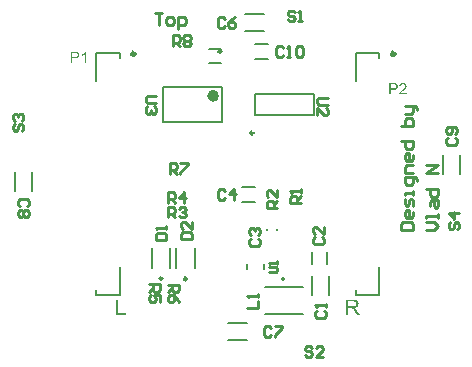
<source format=gto>
G04*
G04 #@! TF.GenerationSoftware,Altium Limited,Altium Designer,24.0.1 (36)*
G04*
G04 Layer_Color=65535*
%FSLAX44Y44*%
%MOMM*%
G71*
G04*
G04 #@! TF.SameCoordinates,BFD44B55-2052-4A58-B096-8A348341E0BB*
G04*
G04*
G04 #@! TF.FilePolarity,Positive*
G04*
G01*
G75*
%ADD10C,0.2500*%
%ADD11C,0.2000*%
%ADD12C,0.5000*%
%ADD13C,0.3000*%
%ADD14C,0.2540*%
G36*
X287103Y231476D02*
X287230Y231463D01*
X287370Y231451D01*
X287522Y231425D01*
X287687Y231387D01*
X288043Y231298D01*
X288221Y231235D01*
X288411Y231159D01*
X288602Y231070D01*
X288779Y230955D01*
X288944Y230841D01*
X289110Y230701D01*
X289122Y230689D01*
X289148Y230663D01*
X289186Y230625D01*
X289237Y230562D01*
X289300Y230485D01*
X289376Y230397D01*
X289440Y230295D01*
X289529Y230168D01*
X289605Y230041D01*
X289668Y229889D01*
X289808Y229558D01*
X289859Y229381D01*
X289897Y229190D01*
X289922Y228987D01*
X289935Y228771D01*
Y228746D01*
Y228669D01*
X289922Y228555D01*
X289910Y228403D01*
X289872Y228238D01*
X289834Y228034D01*
X289770Y227831D01*
X289694Y227615D01*
X289681Y227590D01*
X289643Y227514D01*
X289592Y227399D01*
X289503Y227260D01*
X289389Y227082D01*
X289249Y226879D01*
X289084Y226650D01*
X288894Y226422D01*
Y226409D01*
X288868Y226396D01*
X288830Y226358D01*
X288792Y226307D01*
X288729Y226244D01*
X288652Y226168D01*
X288563Y226079D01*
X288449Y225977D01*
X288335Y225863D01*
X288195Y225736D01*
X288043Y225583D01*
X287878Y225431D01*
X287687Y225266D01*
X287497Y225101D01*
X287268Y224910D01*
X287040Y224707D01*
X287027Y224694D01*
X286989Y224669D01*
X286938Y224618D01*
X286862Y224567D01*
X286786Y224491D01*
X286684Y224402D01*
X286468Y224212D01*
X286227Y224009D01*
X285998Y223805D01*
X285896Y223716D01*
X285808Y223627D01*
X285719Y223539D01*
X285655Y223475D01*
X285643Y223462D01*
X285604Y223424D01*
X285554Y223361D01*
X285477Y223272D01*
X285401Y223183D01*
X285312Y223069D01*
X285147Y222840D01*
X289948D01*
Y221684D01*
X283484D01*
Y221710D01*
Y221761D01*
Y221837D01*
X283496Y221951D01*
X283509Y222078D01*
X283534Y222218D01*
X283572Y222358D01*
X283623Y222510D01*
Y222523D01*
X283636Y222535D01*
X283649Y222573D01*
X283674Y222624D01*
X283725Y222751D01*
X283814Y222916D01*
X283928Y223120D01*
X284055Y223335D01*
X284220Y223564D01*
X284411Y223805D01*
X284423Y223818D01*
X284436Y223831D01*
X284474Y223869D01*
X284512Y223920D01*
X284639Y224059D01*
X284817Y224237D01*
X285033Y224453D01*
X285300Y224707D01*
X285617Y224986D01*
X285985Y225291D01*
X285998Y225304D01*
X286049Y225355D01*
X286138Y225418D01*
X286239Y225507D01*
X286366Y225621D01*
X286519Y225748D01*
X286684Y225888D01*
X286849Y226040D01*
X287205Y226371D01*
X287560Y226714D01*
X287725Y226891D01*
X287878Y227057D01*
X288017Y227209D01*
X288132Y227361D01*
X288144Y227374D01*
X288157Y227399D01*
X288183Y227437D01*
X288221Y227488D01*
X288259Y227565D01*
X288309Y227641D01*
X288424Y227831D01*
X288525Y228047D01*
X288614Y228288D01*
X288678Y228555D01*
X288703Y228682D01*
Y228809D01*
Y228822D01*
Y228847D01*
Y228873D01*
X288690Y228923D01*
X288678Y229063D01*
X288640Y229228D01*
X288576Y229419D01*
X288487Y229609D01*
X288360Y229812D01*
X288183Y230003D01*
X288157Y230028D01*
X288094Y230079D01*
X287979Y230155D01*
X287827Y230257D01*
X287636Y230346D01*
X287408Y230422D01*
X287141Y230473D01*
X286849Y230498D01*
X286760D01*
X286709Y230485D01*
X286633D01*
X286544Y230473D01*
X286354Y230435D01*
X286138Y230371D01*
X285896Y230282D01*
X285668Y230155D01*
X285465Y229977D01*
X285439Y229952D01*
X285389Y229889D01*
X285300Y229762D01*
X285211Y229609D01*
X285109Y229393D01*
X285020Y229152D01*
X284969Y228873D01*
X284944Y228542D01*
X283712Y228669D01*
Y228682D01*
X283725Y228733D01*
Y228796D01*
X283738Y228898D01*
X283763Y229012D01*
X283788Y229139D01*
X283826Y229292D01*
X283877Y229444D01*
X283992Y229787D01*
X284068Y229965D01*
X284157Y230130D01*
X284258Y230308D01*
X284373Y230473D01*
X284499Y230625D01*
X284652Y230765D01*
X284665Y230778D01*
X284690Y230790D01*
X284741Y230828D01*
X284804Y230879D01*
X284893Y230930D01*
X284995Y230993D01*
X285109Y231057D01*
X285249Y231133D01*
X285401Y231197D01*
X285566Y231260D01*
X285744Y231324D01*
X285947Y231374D01*
X286150Y231425D01*
X286379Y231463D01*
X286620Y231476D01*
X286874Y231489D01*
X287014D01*
X287103Y231476D01*
D02*
G37*
G36*
X279280Y231438D02*
X279508Y231425D01*
X279762Y231413D01*
X280004Y231387D01*
X280207Y231349D01*
X280245D01*
X280270Y231336D01*
X280321Y231324D01*
X280461Y231298D01*
X280626Y231248D01*
X280816Y231184D01*
X281007Y231108D01*
X281210Y231006D01*
X281401Y230892D01*
X281426Y230879D01*
X281477Y230828D01*
X281579Y230752D01*
X281680Y230651D01*
X281807Y230524D01*
X281947Y230359D01*
X282074Y230168D01*
X282188Y229952D01*
Y229939D01*
X282201Y229927D01*
X282213Y229889D01*
X282239Y229851D01*
X282290Y229723D01*
X282341Y229558D01*
X282391Y229355D01*
X282442Y229127D01*
X282480Y228885D01*
X282493Y228619D01*
Y228606D01*
Y228568D01*
Y228504D01*
X282480Y228415D01*
X282467Y228301D01*
X282455Y228174D01*
X282429Y228034D01*
X282391Y227895D01*
X282302Y227552D01*
X282239Y227387D01*
X282150Y227209D01*
X282061Y227031D01*
X281959Y226853D01*
X281833Y226675D01*
X281693Y226510D01*
X281680Y226498D01*
X281655Y226472D01*
X281604Y226434D01*
X281540Y226371D01*
X281451Y226307D01*
X281337Y226244D01*
X281197Y226155D01*
X281045Y226079D01*
X280855Y226002D01*
X280651Y225926D01*
X280410Y225850D01*
X280156Y225786D01*
X279864Y225723D01*
X279547Y225685D01*
X279204Y225660D01*
X278835Y225647D01*
X276346D01*
Y221684D01*
X275051D01*
Y231451D01*
X279064D01*
X279280Y231438D01*
D02*
G37*
G36*
X245115Y47797D02*
X245265D01*
X245448Y47780D01*
X245648Y47763D01*
X246065Y47730D01*
X246498Y47663D01*
X246915Y47580D01*
X247115Y47530D01*
X247281Y47463D01*
X247298D01*
X247314Y47447D01*
X247365Y47430D01*
X247431Y47397D01*
X247598Y47313D01*
X247798Y47180D01*
X248031Y47014D01*
X248264Y46797D01*
X248498Y46530D01*
X248714Y46231D01*
Y46214D01*
X248731Y46197D01*
X248764Y46147D01*
X248797Y46080D01*
X248881Y45897D01*
X248981Y45664D01*
X249081Y45381D01*
X249164Y45047D01*
X249231Y44681D01*
X249247Y44298D01*
Y44281D01*
Y44231D01*
Y44164D01*
X249231Y44064D01*
X249214Y43948D01*
X249197Y43814D01*
X249131Y43498D01*
X249031Y43131D01*
X248881Y42748D01*
X248781Y42565D01*
X248664Y42365D01*
X248514Y42182D01*
X248364Y41998D01*
X248348Y41982D01*
X248331Y41965D01*
X248264Y41915D01*
X248198Y41848D01*
X248098Y41782D01*
X247981Y41698D01*
X247848Y41598D01*
X247698Y41498D01*
X247514Y41398D01*
X247314Y41298D01*
X247081Y41198D01*
X246831Y41098D01*
X246565Y41015D01*
X246282Y40932D01*
X245965Y40865D01*
X245632Y40815D01*
X245665Y40799D01*
X245748Y40765D01*
X245865Y40698D01*
X246015Y40615D01*
X246348Y40399D01*
X246498Y40282D01*
X246648Y40165D01*
X246665D01*
X246681Y40132D01*
X246781Y40049D01*
X246915Y39899D01*
X247115Y39699D01*
X247331Y39465D01*
X247565Y39166D01*
X247814Y38832D01*
X248064Y38466D01*
X250280Y35000D01*
X248148D01*
X246465Y37649D01*
Y37666D01*
X246431Y37699D01*
X246398Y37766D01*
X246348Y37833D01*
X246282Y37933D01*
X246198Y38049D01*
X246031Y38299D01*
X245832Y38582D01*
X245632Y38866D01*
X245432Y39149D01*
X245232Y39399D01*
X245215Y39432D01*
X245148Y39499D01*
X245065Y39615D01*
X244949Y39732D01*
X244815Y39882D01*
X244665Y40032D01*
X244515Y40149D01*
X244365Y40265D01*
X244349Y40282D01*
X244299Y40299D01*
X244232Y40349D01*
X244132Y40399D01*
X244015Y40465D01*
X243882Y40515D01*
X243599Y40615D01*
X243582D01*
X243549Y40632D01*
X243482D01*
X243382Y40649D01*
X243249Y40665D01*
X243082D01*
X242899Y40682D01*
X240700D01*
Y35000D01*
X239000D01*
Y47813D01*
X244965D01*
X245115Y47797D01*
D02*
G37*
G36*
X18563Y248183D02*
X17369D01*
Y255816D01*
X17343Y255803D01*
X17293Y255752D01*
X17191Y255663D01*
X17064Y255562D01*
X16899Y255434D01*
X16696Y255295D01*
X16480Y255142D01*
X16226Y254990D01*
X16213D01*
X16200Y254977D01*
X16162Y254952D01*
X16112Y254926D01*
X15972Y254850D01*
X15807Y254761D01*
X15616Y254660D01*
X15400Y254558D01*
X15185Y254457D01*
X14969Y254368D01*
Y255536D01*
X14981D01*
X15019Y255562D01*
X15070Y255587D01*
X15134Y255625D01*
X15223Y255663D01*
X15324Y255727D01*
X15566Y255854D01*
X15832Y256019D01*
X16137Y256222D01*
X16429Y256438D01*
X16721Y256679D01*
X16734Y256692D01*
X16759Y256705D01*
X16797Y256743D01*
X16848Y256793D01*
X16975Y256920D01*
X17140Y257098D01*
X17305Y257289D01*
X17483Y257517D01*
X17648Y257746D01*
X17788Y257987D01*
X18563D01*
Y248183D01*
D02*
G37*
G36*
X9673Y257936D02*
X9901Y257924D01*
X10155Y257911D01*
X10397Y257886D01*
X10600Y257847D01*
X10638D01*
X10663Y257835D01*
X10714Y257822D01*
X10854Y257797D01*
X11019Y257746D01*
X11209Y257682D01*
X11400Y257606D01*
X11603Y257505D01*
X11794Y257390D01*
X11819Y257378D01*
X11870Y257327D01*
X11971Y257251D01*
X12073Y257149D01*
X12200Y257022D01*
X12340Y256857D01*
X12467Y256666D01*
X12581Y256451D01*
Y256438D01*
X12594Y256425D01*
X12606Y256387D01*
X12632Y256349D01*
X12683Y256222D01*
X12733Y256057D01*
X12784Y255854D01*
X12835Y255625D01*
X12873Y255384D01*
X12886Y255117D01*
Y255104D01*
Y255066D01*
Y255003D01*
X12873Y254914D01*
X12860Y254799D01*
X12848Y254673D01*
X12822Y254533D01*
X12784Y254393D01*
X12695Y254050D01*
X12632Y253885D01*
X12543Y253707D01*
X12454Y253529D01*
X12352Y253352D01*
X12225Y253174D01*
X12086Y253009D01*
X12073Y252996D01*
X12048Y252971D01*
X11997Y252933D01*
X11933Y252869D01*
X11844Y252806D01*
X11730Y252742D01*
X11590Y252653D01*
X11438Y252577D01*
X11248Y252501D01*
X11044Y252425D01*
X10803Y252348D01*
X10549Y252285D01*
X10257Y252221D01*
X9939Y252183D01*
X9596Y252158D01*
X9228Y252145D01*
X6739D01*
Y248183D01*
X5444D01*
Y257949D01*
X9457D01*
X9673Y257936D01*
D02*
G37*
G36*
X45700Y36516D02*
X51998D01*
Y35000D01*
X44000D01*
Y47813D01*
X45700D01*
Y36516D01*
D02*
G37*
%LPC*%
G36*
X279140Y230295D02*
X276346D01*
Y226803D01*
X278975D01*
X279064Y226815D01*
X279165D01*
X279280Y226828D01*
X279547Y226866D01*
X279839Y226917D01*
X280131Y226993D01*
X280397Y227107D01*
X280524Y227183D01*
X280626Y227260D01*
X280651Y227285D01*
X280715Y227349D01*
X280791Y227450D01*
X280893Y227603D01*
X280994Y227793D01*
X281070Y228022D01*
X281134Y228276D01*
X281159Y228580D01*
Y228593D01*
Y228606D01*
Y228682D01*
X281147Y228796D01*
X281121Y228936D01*
X281083Y229101D01*
X281020Y229279D01*
X280944Y229457D01*
X280842Y229622D01*
X280829Y229647D01*
X280791Y229698D01*
X280715Y229774D01*
X280626Y229863D01*
X280512Y229965D01*
X280372Y230054D01*
X280207Y230143D01*
X280029Y230206D01*
X280016D01*
X279966Y230219D01*
X279877Y230231D01*
X279762Y230257D01*
X279597Y230270D01*
X279394Y230282D01*
X279140Y230295D01*
D02*
G37*
G36*
X244998Y46397D02*
X240700D01*
Y42148D01*
X244615D01*
X244732Y42165D01*
X244998Y42182D01*
X245282Y42198D01*
X245598Y42248D01*
X245882Y42298D01*
X246148Y42381D01*
X246182Y42398D01*
X246265Y42431D01*
X246381Y42481D01*
X246531Y42565D01*
X246681Y42665D01*
X246848Y42798D01*
X247015Y42965D01*
X247148Y43148D01*
X247165Y43165D01*
X247198Y43248D01*
X247265Y43348D01*
X247331Y43498D01*
X247381Y43664D01*
X247448Y43864D01*
X247481Y44064D01*
X247498Y44298D01*
Y44314D01*
Y44331D01*
Y44381D01*
X247481Y44448D01*
X247465Y44614D01*
X247414Y44831D01*
X247331Y45064D01*
X247215Y45314D01*
X247048Y45564D01*
X246831Y45797D01*
X246798Y45831D01*
X246698Y45897D01*
X246548Y45981D01*
X246315Y46097D01*
X246182Y46147D01*
X246031Y46214D01*
X245865Y46264D01*
X245665Y46297D01*
X245465Y46347D01*
X245248Y46364D01*
X244998Y46397D01*
D02*
G37*
G36*
X9533Y256793D02*
X6739D01*
Y253301D01*
X9368D01*
X9457Y253314D01*
X9558D01*
X9673Y253326D01*
X9939Y253364D01*
X10231Y253415D01*
X10524Y253491D01*
X10790Y253606D01*
X10917Y253682D01*
X11019Y253758D01*
X11044Y253783D01*
X11108Y253847D01*
X11184Y253949D01*
X11286Y254101D01*
X11387Y254291D01*
X11463Y254520D01*
X11527Y254774D01*
X11552Y255079D01*
Y255092D01*
Y255104D01*
Y255180D01*
X11540Y255295D01*
X11514Y255434D01*
X11476Y255600D01*
X11413Y255777D01*
X11336Y255955D01*
X11235Y256120D01*
X11222Y256146D01*
X11184Y256196D01*
X11108Y256273D01*
X11019Y256362D01*
X10905Y256463D01*
X10765Y256552D01*
X10600Y256641D01*
X10422Y256705D01*
X10409D01*
X10359Y256717D01*
X10270Y256730D01*
X10155Y256755D01*
X9990Y256768D01*
X9787Y256781D01*
X9533Y256793D01*
D02*
G37*
%LPD*%
D10*
X160203Y189000D02*
G03*
X160203Y189000I-1250J0D01*
G01*
X83275Y65741D02*
G03*
X83275Y65741I-1250J0D01*
G01*
X103840Y65521D02*
G03*
X103840Y65521I-1250J0D01*
G01*
X133122Y258031D02*
G03*
X133122Y258031I-1250J0D01*
G01*
D11*
X186343Y65461D02*
G03*
X186343Y65461I-1250J0D01*
G01*
X211254Y204000D02*
Y222000D01*
X161254Y204000D02*
Y222000D01*
X211254D01*
X161254Y204000D02*
X211254D01*
X153393Y275475D02*
X169393D01*
X153393Y289975D02*
X169393D01*
X169701Y35461D02*
X202284D01*
X169701Y58543D02*
X202284D01*
X168875Y73543D02*
Y78043D01*
X154875Y73543D02*
Y78043D01*
X209669Y77991D02*
Y88491D01*
X222169Y77991D02*
Y88491D01*
X224272Y51543D02*
Y67543D01*
X209772Y51543D02*
Y67543D01*
X150893Y143360D02*
X161393D01*
X150893Y130860D02*
X161393D01*
X180134Y106500D02*
Y107500D01*
X172134Y106500D02*
Y107500D01*
X74025Y74741D02*
Y91741D01*
X90025Y74741D02*
Y91741D01*
X94590Y74521D02*
Y91521D01*
X110590Y74521D02*
Y91521D01*
X161893Y251781D02*
X172393D01*
X161893Y264281D02*
X172393D01*
X320750Y154375D02*
Y170375D01*
X335250Y154375D02*
Y170375D01*
X-27252Y140110D02*
Y156110D01*
X-41751Y140110D02*
Y156110D01*
X138597Y28250D02*
X154597D01*
X138597Y13750D02*
X154597D01*
X83622Y227977D02*
X133622D01*
X83622Y198023D02*
Y227977D01*
Y198023D02*
X133622D01*
Y227977D01*
X122275Y248031D02*
X132775D01*
X122275Y260531D02*
X132775D01*
X26939Y256861D02*
X46940D01*
Y252361D02*
Y256861D01*
X26939Y233101D02*
Y256861D01*
Y51861D02*
X46940D01*
X26939D02*
Y56361D01*
X46940Y51861D02*
Y75621D01*
X246903Y256861D02*
X266903D01*
Y252361D02*
Y256861D01*
X246903Y233101D02*
Y256861D01*
Y51861D02*
X266903D01*
X246903D02*
Y56361D01*
X266903Y51861D02*
Y75621D01*
D12*
X128622Y220477D02*
G03*
X128622Y220477I-2500J0D01*
G01*
D13*
X60030Y255961D02*
G03*
X60030Y255961I-1500J0D01*
G01*
X279993D02*
G03*
X279993Y255961I-1500J0D01*
G01*
D14*
X285039Y106901D02*
X295036D01*
Y111900D01*
X293369Y113566D01*
X286705D01*
X285039Y111900D01*
Y106901D01*
X295036Y121896D02*
Y118564D01*
X293369Y116898D01*
X290037D01*
X288371Y118564D01*
Y121896D01*
X290037Y123563D01*
X291703D01*
Y116898D01*
X295036Y126895D02*
Y131893D01*
X293369Y133559D01*
X291703Y131893D01*
Y128561D01*
X290037Y126895D01*
X288371Y128561D01*
Y133559D01*
X295036Y136892D02*
Y140224D01*
Y138558D01*
X288371D01*
Y136892D01*
X298368Y148555D02*
Y150221D01*
X296702Y151887D01*
X288371D01*
Y146889D01*
X290037Y145222D01*
X293369D01*
X295036Y146889D01*
Y151887D01*
Y155219D02*
X288371D01*
Y160217D01*
X290037Y161884D01*
X295036D01*
Y170214D02*
Y166882D01*
X293369Y165216D01*
X290037D01*
X288371Y166882D01*
Y170214D01*
X290037Y171880D01*
X291703D01*
Y165216D01*
X285039Y181877D02*
X295036D01*
Y176879D01*
X293369Y175213D01*
X290037D01*
X288371Y176879D01*
Y181877D01*
X285039Y195206D02*
X295036D01*
Y200205D01*
X293369Y201871D01*
X291703D01*
X290037D01*
X288371Y200205D01*
Y195206D01*
Y205203D02*
X293369D01*
X295036Y206869D01*
Y211868D01*
X296702D01*
X298368Y210201D01*
Y208535D01*
X295036Y211868D02*
X288371D01*
X306463Y106901D02*
X313128D01*
X316460Y110234D01*
X313128Y113566D01*
X306463D01*
X316460Y116898D02*
Y120230D01*
Y118564D01*
X306463D01*
Y116898D01*
X309795Y126895D02*
Y130227D01*
X311462Y131893D01*
X316460D01*
Y126895D01*
X314794Y125229D01*
X313128Y126895D01*
Y131893D01*
X306463Y141890D02*
X316460D01*
Y136892D01*
X314794Y135225D01*
X311462D01*
X309795Y136892D01*
Y141890D01*
X316460Y155219D02*
X306463D01*
X316460Y161884D01*
X306463D01*
X76565Y290494D02*
X83230D01*
X79897D01*
Y280497D01*
X88228D02*
X91560D01*
X93226Y282163D01*
Y285496D01*
X91560Y287162D01*
X88228D01*
X86562Y285496D01*
Y282163D01*
X88228Y280497D01*
X96559Y277165D02*
Y287162D01*
X101557D01*
X103223Y285496D01*
Y282163D01*
X101557Y280497D01*
X96559D01*
X173233Y71128D02*
X179064D01*
X180231Y72294D01*
Y74626D01*
X179064Y75793D01*
X173233D01*
X180231Y78125D02*
Y80458D01*
Y79292D01*
X173233D01*
X174399Y78125D01*
X327001Y113500D02*
X325501Y112001D01*
Y109002D01*
X327001Y107502D01*
X328501D01*
X330000Y109002D01*
Y112001D01*
X331499Y113500D01*
X332999D01*
X334498Y112001D01*
Y109002D01*
X332999Y107502D01*
X334498Y120998D02*
X325501D01*
X330000Y116500D01*
Y122498D01*
X-41999Y196500D02*
X-43499Y195001D01*
Y192002D01*
X-41999Y190502D01*
X-40500D01*
X-39000Y192002D01*
Y195001D01*
X-37501Y196500D01*
X-36001D01*
X-34502Y195001D01*
Y192002D01*
X-36001Y190502D01*
X-41999Y199499D02*
X-43499Y200999D01*
Y203998D01*
X-41999Y205498D01*
X-40500D01*
X-39000Y203998D01*
Y202498D01*
Y203998D01*
X-37501Y205498D01*
X-36001D01*
X-34502Y203998D01*
Y200999D01*
X-36001Y199499D01*
X210023Y7082D02*
X208523Y8581D01*
X205524D01*
X204025Y7082D01*
Y5582D01*
X205524Y4083D01*
X208523D01*
X210023Y2583D01*
Y1084D01*
X208523Y-416D01*
X205524D01*
X204025Y1084D01*
X219020Y-416D02*
X213022D01*
X219020Y5582D01*
Y7082D01*
X217520Y8581D01*
X214521D01*
X213022Y7082D01*
X195254Y291222D02*
X193754Y292722D01*
X190755D01*
X189255Y291222D01*
Y289722D01*
X190755Y288223D01*
X193754D01*
X195254Y286723D01*
Y285224D01*
X193754Y283724D01*
X190755D01*
X189255Y285224D01*
X198253Y283724D02*
X201252D01*
X199752D01*
Y292722D01*
X198253Y291222D01*
X77935Y220497D02*
X70438D01*
X68938Y218998D01*
Y215999D01*
X70438Y214499D01*
X77935D01*
X76436Y211500D02*
X77935Y210001D01*
Y207002D01*
X76436Y205502D01*
X74936D01*
X73437Y207002D01*
Y208501D01*
Y207002D01*
X71937Y205502D01*
X70438D01*
X68938Y207002D01*
Y210001D01*
X70438Y211500D01*
X223167Y218926D02*
X215669D01*
X214170Y217426D01*
Y214427D01*
X215669Y212928D01*
X223167D01*
X214170Y203931D02*
Y209929D01*
X220168Y203931D01*
X221668D01*
X223167Y205430D01*
Y208429D01*
X221668Y209929D01*
X92027Y262626D02*
Y271624D01*
X96526D01*
X98026Y270124D01*
Y267125D01*
X96526Y265625D01*
X92027D01*
X95027D02*
X98026Y262626D01*
X101025Y270124D02*
X102524Y271624D01*
X105523D01*
X107023Y270124D01*
Y268624D01*
X105523Y267125D01*
X107023Y265625D01*
Y264126D01*
X105523Y262626D01*
X102524D01*
X101025Y264126D01*
Y265625D01*
X102524Y267125D01*
X101025Y268624D01*
Y270124D01*
X102524Y267125D02*
X105523D01*
X89502Y154612D02*
Y163608D01*
X94001D01*
X95500Y162109D01*
Y159110D01*
X94001Y157611D01*
X89502D01*
X92501D02*
X95500Y154612D01*
X98499Y163608D02*
X104497D01*
Y162109D01*
X98499Y156111D01*
Y154612D01*
X88280Y60539D02*
X97277D01*
Y56040D01*
X95777Y54541D01*
X92778D01*
X91279Y56040D01*
Y60539D01*
Y57540D02*
X88280Y54541D01*
X97277Y45543D02*
X95777Y48542D01*
X92778Y51541D01*
X89779D01*
X88280Y50042D01*
Y47043D01*
X89779Y45543D01*
X91279D01*
X92778Y47043D01*
Y51541D01*
X71976Y60788D02*
X80974D01*
Y56290D01*
X79474Y54791D01*
X76475D01*
X74976Y56290D01*
Y60788D01*
Y57790D02*
X71976Y54791D01*
X80974Y45793D02*
Y51792D01*
X76475D01*
X77975Y48792D01*
Y47293D01*
X76475Y45793D01*
X73476D01*
X71976Y47293D01*
Y50292D01*
X73476Y51792D01*
X88027Y129861D02*
Y138858D01*
X92526D01*
X94025Y137359D01*
Y134360D01*
X92526Y132860D01*
X88027D01*
X91026D02*
X94025Y129861D01*
X101523D02*
Y138858D01*
X97024Y134360D01*
X103023D01*
X88027Y117501D02*
Y126498D01*
X92526D01*
X94025Y124999D01*
Y122000D01*
X92526Y120500D01*
X88027D01*
X91026D02*
X94025Y117501D01*
X97024Y124999D02*
X98524Y126498D01*
X101523D01*
X103023Y124999D01*
Y123499D01*
X101523Y122000D01*
X100023D01*
X101523D01*
X103023Y120500D01*
Y119001D01*
X101523Y117501D01*
X98524D01*
X97024Y119001D01*
X180373Y125502D02*
X171376D01*
Y130001D01*
X172876Y131500D01*
X175875D01*
X177374Y130001D01*
Y125502D01*
Y128501D02*
X180373Y131500D01*
Y140498D02*
Y134500D01*
X174375Y140498D01*
X172876D01*
X171376Y138998D01*
Y135999D01*
X172876Y134500D01*
X200491Y129412D02*
X191494D01*
Y133911D01*
X192994Y135410D01*
X195993D01*
X197492Y133911D01*
Y129412D01*
Y132411D02*
X200491Y135410D01*
Y138409D02*
Y141408D01*
Y139909D01*
X191494D01*
X192994Y138409D01*
X154853Y40823D02*
X163850D01*
Y46821D01*
Y49820D02*
Y52819D01*
Y51320D01*
X154853D01*
X156353Y49820D01*
X99123Y99002D02*
X108120D01*
Y103501D01*
X106621Y105000D01*
X100623D01*
X99123Y103501D01*
Y99002D01*
X108120Y113997D02*
Y107999D01*
X102122Y113997D01*
X100623D01*
X99123Y112498D01*
Y109499D01*
X100623Y107999D01*
X77526Y98363D02*
X86524D01*
Y102862D01*
X85024Y104361D01*
X79026D01*
X77526Y102862D01*
Y98363D01*
X86524Y107360D02*
Y110359D01*
Y108860D01*
X77526D01*
X79026Y107360D01*
X185627Y261134D02*
X184127Y262633D01*
X181128D01*
X179629Y261134D01*
Y255136D01*
X181128Y253636D01*
X184127D01*
X185627Y255136D01*
X188626Y253636D02*
X191625D01*
X190125D01*
Y262633D01*
X188626Y261134D01*
X196123D02*
X197623Y262633D01*
X200622D01*
X202121Y261134D01*
Y255136D01*
X200622Y253636D01*
X197623D01*
X196123Y255136D01*
Y261134D01*
X325001Y185112D02*
X323501Y183612D01*
Y180613D01*
X325001Y179114D01*
X330999D01*
X332498Y180613D01*
Y183612D01*
X330999Y185112D01*
Y188111D02*
X332498Y189610D01*
Y192609D01*
X330999Y194109D01*
X325001D01*
X323501Y192609D01*
Y189610D01*
X325001Y188111D01*
X326500D01*
X328000Y189610D01*
Y194109D01*
X-31502Y126977D02*
X-30003Y128477D01*
Y131476D01*
X-31502Y132975D01*
X-37500D01*
X-39000Y131476D01*
Y128477D01*
X-37500Y126977D01*
X-31502Y123978D02*
X-30003Y122479D01*
Y119480D01*
X-31502Y117980D01*
X-33002D01*
X-34501Y119480D01*
X-36001Y117980D01*
X-37500D01*
X-39000Y119480D01*
Y122479D01*
X-37500Y123978D01*
X-36001D01*
X-34501Y122479D01*
X-33002Y123978D01*
X-31502D01*
X-34501Y122479D02*
Y119480D01*
X175232Y23999D02*
X173733Y25499D01*
X170734D01*
X169234Y23999D01*
Y18001D01*
X170734Y16501D01*
X173733D01*
X175232Y18001D01*
X178231Y25499D02*
X184229D01*
Y23999D01*
X178231Y18001D01*
Y16501D01*
X135943Y285724D02*
X134444Y287223D01*
X131445D01*
X129945Y285724D01*
Y279726D01*
X131445Y278226D01*
X134444D01*
X135943Y279726D01*
X144940Y287223D02*
X141941Y285724D01*
X138942Y282725D01*
Y279726D01*
X140442Y278226D01*
X143441D01*
X144940Y279726D01*
Y281225D01*
X143441Y282725D01*
X138942D01*
X136175Y140109D02*
X134676Y141608D01*
X131677D01*
X130177Y140109D01*
Y134111D01*
X131677Y132611D01*
X134676D01*
X136175Y134111D01*
X143673Y132611D02*
Y141608D01*
X139174Y137110D01*
X145173D01*
X158254Y99700D02*
X156755Y98201D01*
Y95202D01*
X158254Y93702D01*
X164252D01*
X165752Y95202D01*
Y98201D01*
X164252Y99700D01*
X158254Y102699D02*
X156755Y104199D01*
Y107198D01*
X158254Y108698D01*
X159754D01*
X161254Y107198D01*
Y105698D01*
Y107198D01*
X162753Y108698D01*
X164252D01*
X165752Y107198D01*
Y104199D01*
X164252Y102699D01*
X212151Y100750D02*
X210652Y99251D01*
Y96252D01*
X212151Y94752D01*
X218149D01*
X219649Y96252D01*
Y99251D01*
X218149Y100750D01*
X219649Y109747D02*
Y103749D01*
X213651Y109747D01*
X212151D01*
X210652Y108248D01*
Y105249D01*
X212151Y103749D01*
X213919Y38624D02*
X212420Y37124D01*
Y34125D01*
X213919Y32626D01*
X219918D01*
X221417Y34125D01*
Y37124D01*
X219918Y38624D01*
X221417Y41623D02*
Y44622D01*
Y43122D01*
X212420D01*
X213919Y41623D01*
M02*

</source>
